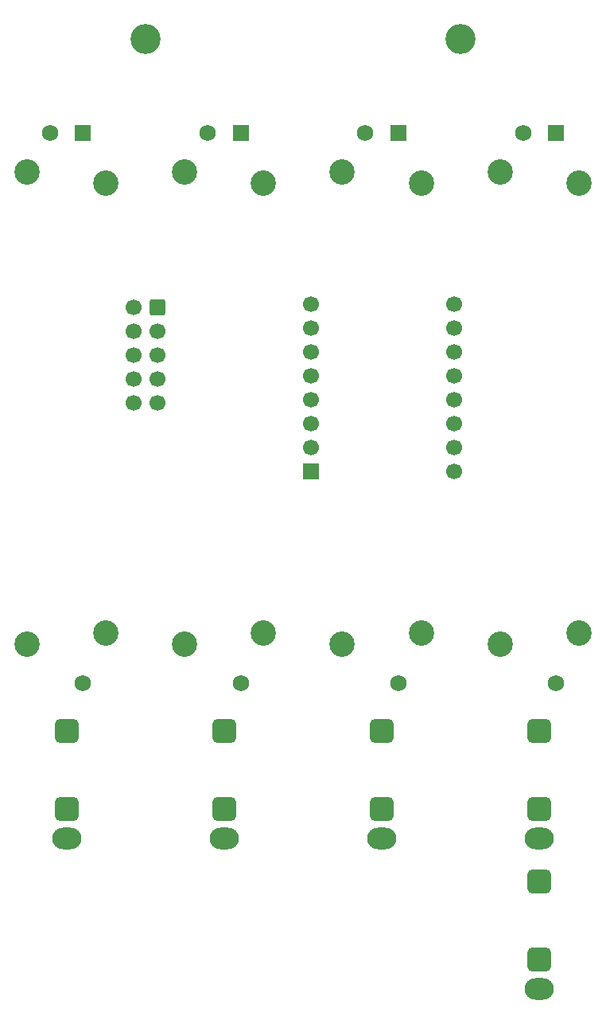
<source format=gts>
G04 #@! TF.GenerationSoftware,KiCad,Pcbnew,7.0.7*
G04 #@! TF.CreationDate,2025-11-01T14:08:12+08:00*
G04 #@! TF.ProjectId,2144_LPF,32313434-5f4c-4504-962e-6b696361645f,rev?*
G04 #@! TF.SameCoordinates,Original*
G04 #@! TF.FileFunction,Soldermask,Top*
G04 #@! TF.FilePolarity,Negative*
%FSLAX46Y46*%
G04 Gerber Fmt 4.6, Leading zero omitted, Abs format (unit mm)*
G04 Created by KiCad (PCBNEW 7.0.7) date 2025-11-01 14:08:12*
%MOMM*%
%LPD*%
G01*
G04 APERTURE LIST*
G04 Aperture macros list*
%AMRoundRect*
0 Rectangle with rounded corners*
0 $1 Rounding radius*
0 $2 $3 $4 $5 $6 $7 $8 $9 X,Y pos of 4 corners*
0 Add a 4 corners polygon primitive as box body*
4,1,4,$2,$3,$4,$5,$6,$7,$8,$9,$2,$3,0*
0 Add four circle primitives for the rounded corners*
1,1,$1+$1,$2,$3*
1,1,$1+$1,$4,$5*
1,1,$1+$1,$6,$7*
1,1,$1+$1,$8,$9*
0 Add four rect primitives between the rounded corners*
20,1,$1+$1,$2,$3,$4,$5,0*
20,1,$1+$1,$4,$5,$6,$7,0*
20,1,$1+$1,$6,$7,$8,$9,0*
20,1,$1+$1,$8,$9,$2,$3,0*%
G04 Aperture macros list end*
%ADD10C,3.200000*%
%ADD11R,1.750000X1.750000*%
%ADD12C,1.750000*%
%ADD13C,2.700000*%
%ADD14O,3.100000X2.300000*%
%ADD15RoundRect,0.650000X-0.650000X-0.650000X0.650000X-0.650000X0.650000X0.650000X-0.650000X0.650000X0*%
%ADD16R,1.700000X1.700000*%
%ADD17C,1.700000*%
%ADD18RoundRect,0.250000X0.600000X0.600000X-0.600000X0.600000X-0.600000X-0.600000X0.600000X-0.600000X0*%
G04 APERTURE END LIST*
D10*
X116780000Y-49500000D03*
D11*
X126920000Y-59500000D03*
D12*
X123420000Y-59500000D03*
X126920000Y-118000000D03*
D13*
X120970000Y-63650000D03*
X129370000Y-64850000D03*
X129370000Y-112650000D03*
X120970000Y-113850000D03*
D14*
X125170000Y-134480000D03*
D15*
X125170000Y-123080000D03*
X125170000Y-131380000D03*
D11*
X76580000Y-59500000D03*
D12*
X73080000Y-59500000D03*
X76580000Y-118000000D03*
D13*
X70630000Y-63650000D03*
X79030000Y-64850000D03*
X79030000Y-112650000D03*
X70630000Y-113850000D03*
D10*
X83220000Y-49500000D03*
D14*
X125170000Y-150480000D03*
D15*
X125170000Y-139080000D03*
X125170000Y-147380000D03*
D11*
X93360000Y-59500000D03*
D12*
X89860000Y-59500000D03*
X93360000Y-118000000D03*
D13*
X87410000Y-63650000D03*
X95810000Y-64850000D03*
X95810000Y-112650000D03*
X87410000Y-113850000D03*
D11*
X110140000Y-59500000D03*
D12*
X106640000Y-59500000D03*
X110140000Y-118000000D03*
D13*
X104190000Y-63650000D03*
X112590000Y-64850000D03*
X112590000Y-112650000D03*
X104190000Y-113850000D03*
D14*
X91610000Y-134480000D03*
D15*
X91610000Y-123080000D03*
X91610000Y-131380000D03*
D14*
X74830000Y-134480000D03*
D15*
X74830000Y-123080000D03*
X74830000Y-131380000D03*
D14*
X108390000Y-134480000D03*
D15*
X108390000Y-123080000D03*
X108390000Y-131380000D03*
D16*
X100838000Y-95504000D03*
D17*
X100838000Y-92964000D03*
X100838000Y-90424000D03*
X100838000Y-87884000D03*
X100838000Y-85344000D03*
X100838000Y-82804000D03*
X100838000Y-80264000D03*
X100838000Y-77724000D03*
X116078000Y-77724000D03*
X116078000Y-80264000D03*
X116078000Y-82804000D03*
X116078000Y-85344000D03*
X116078000Y-87884000D03*
X116078000Y-90424000D03*
X116078000Y-92964000D03*
X116078000Y-95504000D03*
D18*
X84490000Y-78000000D03*
D17*
X81950000Y-78000000D03*
X84490000Y-80540000D03*
X81950000Y-80540000D03*
X84490000Y-83080000D03*
X81950000Y-83080000D03*
X84490000Y-85620000D03*
X81950000Y-85620000D03*
X84490000Y-88160000D03*
X81950000Y-88160000D03*
M02*

</source>
